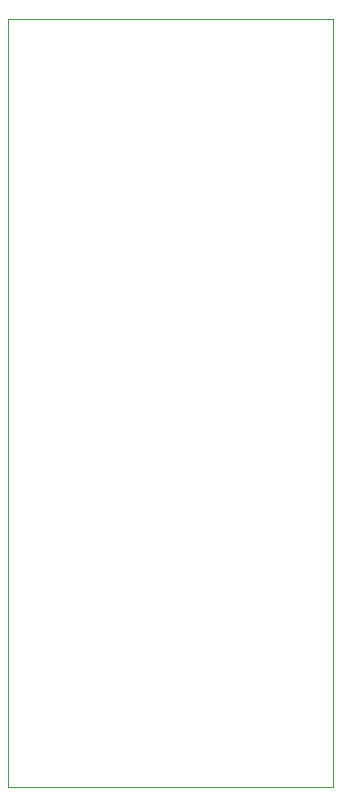
<source format=gbr>
G04*
G04 #@! TF.GenerationSoftware,Altium Limited,Altium Designer,23.0.1 (38)*
G04*
G04 Layer_Color=0*
%FSLAX44Y44*%
%MOMM*%
G71*
G04*
G04 #@! TF.SameCoordinates,7BCDEA22-2D04-4257-93D8-CBB99C7658D5*
G04*
G04*
G04 #@! TF.FilePolarity,Positive*
G04*
G01*
G75*
%ADD44C,0.0254*%
D44*
X0Y0D02*
Y650000D01*
X275000D01*
Y0D01*
X0D01*
M02*

</source>
